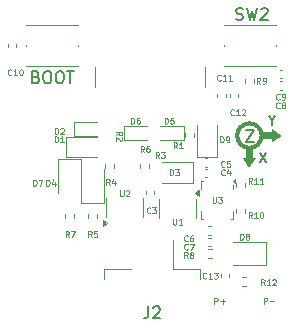
<source format=gbr>
%TF.GenerationSoftware,KiCad,Pcbnew,9.0.3*%
%TF.CreationDate,2025-11-03T00:46:14-05:00*%
%TF.ProjectId,JabChip,4a616243-6869-4702-9e6b-696361645f70,rev?*%
%TF.SameCoordinates,Original*%
%TF.FileFunction,Legend,Top*%
%TF.FilePolarity,Positive*%
%FSLAX46Y46*%
G04 Gerber Fmt 4.6, Leading zero omitted, Abs format (unit mm)*
G04 Created by KiCad (PCBNEW 9.0.3) date 2025-11-03 00:46:14*
%MOMM*%
%LPD*%
G01*
G04 APERTURE LIST*
%ADD10C,0.190500*%
%ADD11C,0.200000*%
%ADD12C,0.000000*%
%ADD13C,0.317499*%
%ADD14C,0.125000*%
%ADD15C,0.150000*%
%ADD16C,0.120000*%
G04 APERTURE END LIST*
D10*
X148737099Y-69434782D02*
X148737099Y-69797639D01*
X148483099Y-69035639D02*
X148737099Y-69434782D01*
X148737099Y-69434782D02*
X148991099Y-69035639D01*
X147757385Y-72236039D02*
X148265385Y-72998039D01*
X148265385Y-72236039D02*
X147757385Y-72998039D01*
D11*
X146527635Y-70256743D02*
X147194301Y-70256743D01*
X147194301Y-70256743D02*
X146527635Y-71256743D01*
X146527635Y-71256743D02*
X147194301Y-71256743D01*
D12*
G36*
X147099654Y-72644000D02*
G01*
X147399850Y-72644000D01*
X146827080Y-73467912D01*
X146254310Y-72644000D01*
X146554666Y-72644000D01*
X146554666Y-71763413D01*
X147099654Y-71763413D01*
X147099654Y-72644000D01*
G37*
G36*
X149559009Y-70735983D02*
G01*
X148735096Y-71308753D01*
X148735096Y-71008399D01*
X147854510Y-71008399D01*
X147854510Y-70463410D01*
X148735096Y-70463410D01*
X148735096Y-70163214D01*
X149559009Y-70735983D01*
G37*
D13*
X146879952Y-69709890D02*
X146932129Y-69713858D01*
X146983548Y-69720392D01*
X147034143Y-69729427D01*
X147083851Y-69740900D01*
X147132607Y-69754745D01*
X147180345Y-69770898D01*
X147227003Y-69789294D01*
X147272514Y-69809869D01*
X147316815Y-69832559D01*
X147359840Y-69857298D01*
X147401526Y-69884022D01*
X147441808Y-69912667D01*
X147480621Y-69943169D01*
X147517901Y-69975461D01*
X147553583Y-70009481D01*
X147587603Y-70045163D01*
X147619895Y-70082443D01*
X147650396Y-70121256D01*
X147679042Y-70161538D01*
X147705766Y-70203224D01*
X147730505Y-70246249D01*
X147753195Y-70290550D01*
X147773770Y-70336061D01*
X147792166Y-70382719D01*
X147808319Y-70430457D01*
X147822164Y-70479213D01*
X147833637Y-70528921D01*
X147842672Y-70579516D01*
X147849206Y-70630935D01*
X147853174Y-70683112D01*
X147854510Y-70735983D01*
X147853174Y-70788855D01*
X147849206Y-70841032D01*
X147842672Y-70892451D01*
X147833637Y-70943046D01*
X147822164Y-70992754D01*
X147808319Y-71041510D01*
X147792166Y-71089248D01*
X147773770Y-71135905D01*
X147753195Y-71181417D01*
X147730505Y-71225718D01*
X147705766Y-71268743D01*
X147679042Y-71310429D01*
X147650396Y-71350711D01*
X147619895Y-71389524D01*
X147587603Y-71426804D01*
X147553583Y-71462486D01*
X147517901Y-71496506D01*
X147480621Y-71528798D01*
X147441808Y-71559299D01*
X147401526Y-71587944D01*
X147359840Y-71614669D01*
X147316815Y-71639408D01*
X147272514Y-71662098D01*
X147227003Y-71682673D01*
X147180345Y-71701069D01*
X147132607Y-71717222D01*
X147083851Y-71731067D01*
X147034143Y-71742540D01*
X146983548Y-71751575D01*
X146932129Y-71758109D01*
X146879952Y-71762077D01*
X146827080Y-71763413D01*
X146774209Y-71762077D01*
X146722032Y-71758109D01*
X146670613Y-71751575D01*
X146620017Y-71742540D01*
X146570310Y-71731067D01*
X146521554Y-71717222D01*
X146473816Y-71701069D01*
X146427158Y-71682673D01*
X146381647Y-71662098D01*
X146337346Y-71639408D01*
X146294321Y-71614669D01*
X146252635Y-71587944D01*
X146212353Y-71559299D01*
X146173540Y-71528798D01*
X146136260Y-71496506D01*
X146100578Y-71462486D01*
X146066558Y-71426804D01*
X146034265Y-71389524D01*
X146003764Y-71350711D01*
X145975119Y-71310429D01*
X145948395Y-71268743D01*
X145923656Y-71225718D01*
X145900966Y-71181417D01*
X145880391Y-71135905D01*
X145861995Y-71089248D01*
X145845842Y-71041510D01*
X145831997Y-70992754D01*
X145820524Y-70943046D01*
X145811489Y-70892451D01*
X145804955Y-70841032D01*
X145800987Y-70788855D01*
X145799650Y-70735983D01*
X145800987Y-70683112D01*
X145804955Y-70630935D01*
X145811489Y-70579516D01*
X145820524Y-70528921D01*
X145831997Y-70479213D01*
X145845842Y-70430457D01*
X145861995Y-70382719D01*
X145880391Y-70336061D01*
X145900966Y-70290550D01*
X145923656Y-70246249D01*
X145948395Y-70203224D01*
X145975119Y-70161538D01*
X146003764Y-70121256D01*
X146034265Y-70082443D01*
X146066558Y-70045163D01*
X146100578Y-70009481D01*
X146136260Y-69975461D01*
X146173540Y-69943169D01*
X146212353Y-69912667D01*
X146252635Y-69884022D01*
X146294321Y-69857298D01*
X146337346Y-69832559D01*
X146381647Y-69809869D01*
X146427158Y-69789294D01*
X146473816Y-69770898D01*
X146521554Y-69754745D01*
X146570310Y-69740900D01*
X146620017Y-69729427D01*
X146670613Y-69720392D01*
X146722032Y-69713858D01*
X146774209Y-69709890D01*
X146827080Y-69708553D01*
X146879952Y-69709890D01*
D14*
X141609397Y-79640690D02*
X141585588Y-79664500D01*
X141585588Y-79664500D02*
X141514159Y-79688309D01*
X141514159Y-79688309D02*
X141466540Y-79688309D01*
X141466540Y-79688309D02*
X141395112Y-79664500D01*
X141395112Y-79664500D02*
X141347493Y-79616880D01*
X141347493Y-79616880D02*
X141323683Y-79569261D01*
X141323683Y-79569261D02*
X141299874Y-79474023D01*
X141299874Y-79474023D02*
X141299874Y-79402595D01*
X141299874Y-79402595D02*
X141323683Y-79307357D01*
X141323683Y-79307357D02*
X141347493Y-79259738D01*
X141347493Y-79259738D02*
X141395112Y-79212119D01*
X141395112Y-79212119D02*
X141466540Y-79188309D01*
X141466540Y-79188309D02*
X141514159Y-79188309D01*
X141514159Y-79188309D02*
X141585588Y-79212119D01*
X141585588Y-79212119D02*
X141609397Y-79235928D01*
X142037969Y-79188309D02*
X141942731Y-79188309D01*
X141942731Y-79188309D02*
X141895112Y-79212119D01*
X141895112Y-79212119D02*
X141871302Y-79235928D01*
X141871302Y-79235928D02*
X141823683Y-79307357D01*
X141823683Y-79307357D02*
X141799874Y-79402595D01*
X141799874Y-79402595D02*
X141799874Y-79593071D01*
X141799874Y-79593071D02*
X141823683Y-79640690D01*
X141823683Y-79640690D02*
X141847493Y-79664500D01*
X141847493Y-79664500D02*
X141895112Y-79688309D01*
X141895112Y-79688309D02*
X141990350Y-79688309D01*
X141990350Y-79688309D02*
X142037969Y-79664500D01*
X142037969Y-79664500D02*
X142061778Y-79640690D01*
X142061778Y-79640690D02*
X142085588Y-79593071D01*
X142085588Y-79593071D02*
X142085588Y-79474023D01*
X142085588Y-79474023D02*
X142061778Y-79426404D01*
X142061778Y-79426404D02*
X142037969Y-79402595D01*
X142037969Y-79402595D02*
X141990350Y-79378785D01*
X141990350Y-79378785D02*
X141895112Y-79378785D01*
X141895112Y-79378785D02*
X141847493Y-79402595D01*
X141847493Y-79402595D02*
X141823683Y-79426404D01*
X141823683Y-79426404D02*
X141799874Y-79474023D01*
X149381797Y-67651890D02*
X149357988Y-67675700D01*
X149357988Y-67675700D02*
X149286559Y-67699509D01*
X149286559Y-67699509D02*
X149238940Y-67699509D01*
X149238940Y-67699509D02*
X149167512Y-67675700D01*
X149167512Y-67675700D02*
X149119893Y-67628080D01*
X149119893Y-67628080D02*
X149096083Y-67580461D01*
X149096083Y-67580461D02*
X149072274Y-67485223D01*
X149072274Y-67485223D02*
X149072274Y-67413795D01*
X149072274Y-67413795D02*
X149096083Y-67318557D01*
X149096083Y-67318557D02*
X149119893Y-67270938D01*
X149119893Y-67270938D02*
X149167512Y-67223319D01*
X149167512Y-67223319D02*
X149238940Y-67199509D01*
X149238940Y-67199509D02*
X149286559Y-67199509D01*
X149286559Y-67199509D02*
X149357988Y-67223319D01*
X149357988Y-67223319D02*
X149381797Y-67247128D01*
X149619893Y-67699509D02*
X149715131Y-67699509D01*
X149715131Y-67699509D02*
X149762750Y-67675700D01*
X149762750Y-67675700D02*
X149786559Y-67651890D01*
X149786559Y-67651890D02*
X149834178Y-67580461D01*
X149834178Y-67580461D02*
X149857988Y-67485223D01*
X149857988Y-67485223D02*
X149857988Y-67294747D01*
X149857988Y-67294747D02*
X149834178Y-67247128D01*
X149834178Y-67247128D02*
X149810369Y-67223319D01*
X149810369Y-67223319D02*
X149762750Y-67199509D01*
X149762750Y-67199509D02*
X149667512Y-67199509D01*
X149667512Y-67199509D02*
X149619893Y-67223319D01*
X149619893Y-67223319D02*
X149596083Y-67247128D01*
X149596083Y-67247128D02*
X149572274Y-67294747D01*
X149572274Y-67294747D02*
X149572274Y-67413795D01*
X149572274Y-67413795D02*
X149596083Y-67461414D01*
X149596083Y-67461414D02*
X149619893Y-67485223D01*
X149619893Y-67485223D02*
X149667512Y-67509033D01*
X149667512Y-67509033D02*
X149762750Y-67509033D01*
X149762750Y-67509033D02*
X149810369Y-67485223D01*
X149810369Y-67485223D02*
X149834178Y-67461414D01*
X149834178Y-67461414D02*
X149857988Y-67413795D01*
X147044997Y-77707109D02*
X146878331Y-77469014D01*
X146759283Y-77707109D02*
X146759283Y-77207109D01*
X146759283Y-77207109D02*
X146949759Y-77207109D01*
X146949759Y-77207109D02*
X146997378Y-77230919D01*
X146997378Y-77230919D02*
X147021188Y-77254728D01*
X147021188Y-77254728D02*
X147044997Y-77302347D01*
X147044997Y-77302347D02*
X147044997Y-77373776D01*
X147044997Y-77373776D02*
X147021188Y-77421395D01*
X147021188Y-77421395D02*
X146997378Y-77445204D01*
X146997378Y-77445204D02*
X146949759Y-77469014D01*
X146949759Y-77469014D02*
X146759283Y-77469014D01*
X147521188Y-77707109D02*
X147235474Y-77707109D01*
X147378331Y-77707109D02*
X147378331Y-77207109D01*
X147378331Y-77207109D02*
X147330712Y-77278538D01*
X147330712Y-77278538D02*
X147283093Y-77326157D01*
X147283093Y-77326157D02*
X147235474Y-77349966D01*
X147830711Y-77207109D02*
X147878330Y-77207109D01*
X147878330Y-77207109D02*
X147925949Y-77230919D01*
X147925949Y-77230919D02*
X147949759Y-77254728D01*
X147949759Y-77254728D02*
X147973568Y-77302347D01*
X147973568Y-77302347D02*
X147997378Y-77397585D01*
X147997378Y-77397585D02*
X147997378Y-77516633D01*
X147997378Y-77516633D02*
X147973568Y-77611871D01*
X147973568Y-77611871D02*
X147949759Y-77659490D01*
X147949759Y-77659490D02*
X147925949Y-77683300D01*
X147925949Y-77683300D02*
X147878330Y-77707109D01*
X147878330Y-77707109D02*
X147830711Y-77707109D01*
X147830711Y-77707109D02*
X147783092Y-77683300D01*
X147783092Y-77683300D02*
X147759283Y-77659490D01*
X147759283Y-77659490D02*
X147735473Y-77611871D01*
X147735473Y-77611871D02*
X147711664Y-77516633D01*
X147711664Y-77516633D02*
X147711664Y-77397585D01*
X147711664Y-77397585D02*
X147735473Y-77302347D01*
X147735473Y-77302347D02*
X147759283Y-77254728D01*
X147759283Y-77254728D02*
X147783092Y-77230919D01*
X147783092Y-77230919D02*
X147830711Y-77207109D01*
X144731397Y-73338690D02*
X144707588Y-73362500D01*
X144707588Y-73362500D02*
X144636159Y-73386309D01*
X144636159Y-73386309D02*
X144588540Y-73386309D01*
X144588540Y-73386309D02*
X144517112Y-73362500D01*
X144517112Y-73362500D02*
X144469493Y-73314880D01*
X144469493Y-73314880D02*
X144445683Y-73267261D01*
X144445683Y-73267261D02*
X144421874Y-73172023D01*
X144421874Y-73172023D02*
X144421874Y-73100595D01*
X144421874Y-73100595D02*
X144445683Y-73005357D01*
X144445683Y-73005357D02*
X144469493Y-72957738D01*
X144469493Y-72957738D02*
X144517112Y-72910119D01*
X144517112Y-72910119D02*
X144588540Y-72886309D01*
X144588540Y-72886309D02*
X144636159Y-72886309D01*
X144636159Y-72886309D02*
X144707588Y-72910119D01*
X144707588Y-72910119D02*
X144731397Y-72933928D01*
X145183778Y-72886309D02*
X144945683Y-72886309D01*
X144945683Y-72886309D02*
X144921874Y-73124404D01*
X144921874Y-73124404D02*
X144945683Y-73100595D01*
X144945683Y-73100595D02*
X144993302Y-73076785D01*
X144993302Y-73076785D02*
X145112350Y-73076785D01*
X145112350Y-73076785D02*
X145159969Y-73100595D01*
X145159969Y-73100595D02*
X145183778Y-73124404D01*
X145183778Y-73124404D02*
X145207588Y-73172023D01*
X145207588Y-73172023D02*
X145207588Y-73291071D01*
X145207588Y-73291071D02*
X145183778Y-73338690D01*
X145183778Y-73338690D02*
X145159969Y-73362500D01*
X145159969Y-73362500D02*
X145112350Y-73386309D01*
X145112350Y-73386309D02*
X144993302Y-73386309D01*
X144993302Y-73386309D02*
X144945683Y-73362500D01*
X144945683Y-73362500D02*
X144921874Y-73338690D01*
X138432597Y-77253090D02*
X138408788Y-77276900D01*
X138408788Y-77276900D02*
X138337359Y-77300709D01*
X138337359Y-77300709D02*
X138289740Y-77300709D01*
X138289740Y-77300709D02*
X138218312Y-77276900D01*
X138218312Y-77276900D02*
X138170693Y-77229280D01*
X138170693Y-77229280D02*
X138146883Y-77181661D01*
X138146883Y-77181661D02*
X138123074Y-77086423D01*
X138123074Y-77086423D02*
X138123074Y-77014995D01*
X138123074Y-77014995D02*
X138146883Y-76919757D01*
X138146883Y-76919757D02*
X138170693Y-76872138D01*
X138170693Y-76872138D02*
X138218312Y-76824519D01*
X138218312Y-76824519D02*
X138289740Y-76800709D01*
X138289740Y-76800709D02*
X138337359Y-76800709D01*
X138337359Y-76800709D02*
X138408788Y-76824519D01*
X138408788Y-76824519D02*
X138432597Y-76848328D01*
X138599264Y-76800709D02*
X138908788Y-76800709D01*
X138908788Y-76800709D02*
X138742121Y-76991185D01*
X138742121Y-76991185D02*
X138813550Y-76991185D01*
X138813550Y-76991185D02*
X138861169Y-77014995D01*
X138861169Y-77014995D02*
X138884978Y-77038804D01*
X138884978Y-77038804D02*
X138908788Y-77086423D01*
X138908788Y-77086423D02*
X138908788Y-77205471D01*
X138908788Y-77205471D02*
X138884978Y-77253090D01*
X138884978Y-77253090D02*
X138861169Y-77276900D01*
X138861169Y-77276900D02*
X138813550Y-77300709D01*
X138813550Y-77300709D02*
X138670693Y-77300709D01*
X138670693Y-77300709D02*
X138623074Y-77276900D01*
X138623074Y-77276900D02*
X138599264Y-77253090D01*
X144731397Y-74049890D02*
X144707588Y-74073700D01*
X144707588Y-74073700D02*
X144636159Y-74097509D01*
X144636159Y-74097509D02*
X144588540Y-74097509D01*
X144588540Y-74097509D02*
X144517112Y-74073700D01*
X144517112Y-74073700D02*
X144469493Y-74026080D01*
X144469493Y-74026080D02*
X144445683Y-73978461D01*
X144445683Y-73978461D02*
X144421874Y-73883223D01*
X144421874Y-73883223D02*
X144421874Y-73811795D01*
X144421874Y-73811795D02*
X144445683Y-73716557D01*
X144445683Y-73716557D02*
X144469493Y-73668938D01*
X144469493Y-73668938D02*
X144517112Y-73621319D01*
X144517112Y-73621319D02*
X144588540Y-73597509D01*
X144588540Y-73597509D02*
X144636159Y-73597509D01*
X144636159Y-73597509D02*
X144707588Y-73621319D01*
X144707588Y-73621319D02*
X144731397Y-73645128D01*
X145159969Y-73764176D02*
X145159969Y-74097509D01*
X145040921Y-73573700D02*
X144921874Y-73930842D01*
X144921874Y-73930842D02*
X145231397Y-73930842D01*
X135551290Y-70692597D02*
X135789385Y-70525931D01*
X135551290Y-70406883D02*
X136051290Y-70406883D01*
X136051290Y-70406883D02*
X136051290Y-70597359D01*
X136051290Y-70597359D02*
X136027480Y-70644978D01*
X136027480Y-70644978D02*
X136003671Y-70668788D01*
X136003671Y-70668788D02*
X135956052Y-70692597D01*
X135956052Y-70692597D02*
X135884623Y-70692597D01*
X135884623Y-70692597D02*
X135837004Y-70668788D01*
X135837004Y-70668788D02*
X135813195Y-70644978D01*
X135813195Y-70644978D02*
X135789385Y-70597359D01*
X135789385Y-70597359D02*
X135789385Y-70406883D01*
X136003671Y-70883074D02*
X136027480Y-70906883D01*
X136027480Y-70906883D02*
X136051290Y-70954502D01*
X136051290Y-70954502D02*
X136051290Y-71073550D01*
X136051290Y-71073550D02*
X136027480Y-71121169D01*
X136027480Y-71121169D02*
X136003671Y-71144978D01*
X136003671Y-71144978D02*
X135956052Y-71168788D01*
X135956052Y-71168788D02*
X135908433Y-71168788D01*
X135908433Y-71168788D02*
X135837004Y-71144978D01*
X135837004Y-71144978D02*
X135551290Y-70859264D01*
X135551290Y-70859264D02*
X135551290Y-71168788D01*
X139647283Y-69731509D02*
X139647283Y-69231509D01*
X139647283Y-69231509D02*
X139766331Y-69231509D01*
X139766331Y-69231509D02*
X139837759Y-69255319D01*
X139837759Y-69255319D02*
X139885378Y-69302938D01*
X139885378Y-69302938D02*
X139909188Y-69350557D01*
X139909188Y-69350557D02*
X139932997Y-69445795D01*
X139932997Y-69445795D02*
X139932997Y-69517223D01*
X139932997Y-69517223D02*
X139909188Y-69612461D01*
X139909188Y-69612461D02*
X139885378Y-69660080D01*
X139885378Y-69660080D02*
X139837759Y-69707700D01*
X139837759Y-69707700D02*
X139766331Y-69731509D01*
X139766331Y-69731509D02*
X139647283Y-69731509D01*
X140385378Y-69231509D02*
X140147283Y-69231509D01*
X140147283Y-69231509D02*
X140123474Y-69469604D01*
X140123474Y-69469604D02*
X140147283Y-69445795D01*
X140147283Y-69445795D02*
X140194902Y-69421985D01*
X140194902Y-69421985D02*
X140313950Y-69421985D01*
X140313950Y-69421985D02*
X140361569Y-69445795D01*
X140361569Y-69445795D02*
X140385378Y-69469604D01*
X140385378Y-69469604D02*
X140409188Y-69517223D01*
X140409188Y-69517223D02*
X140409188Y-69636271D01*
X140409188Y-69636271D02*
X140385378Y-69683890D01*
X140385378Y-69683890D02*
X140361569Y-69707700D01*
X140361569Y-69707700D02*
X140313950Y-69731509D01*
X140313950Y-69731509D02*
X140194902Y-69731509D01*
X140194902Y-69731509D02*
X140147283Y-69707700D01*
X140147283Y-69707700D02*
X140123474Y-69683890D01*
X147044997Y-74811509D02*
X146878331Y-74573414D01*
X146759283Y-74811509D02*
X146759283Y-74311509D01*
X146759283Y-74311509D02*
X146949759Y-74311509D01*
X146949759Y-74311509D02*
X146997378Y-74335319D01*
X146997378Y-74335319D02*
X147021188Y-74359128D01*
X147021188Y-74359128D02*
X147044997Y-74406747D01*
X147044997Y-74406747D02*
X147044997Y-74478176D01*
X147044997Y-74478176D02*
X147021188Y-74525795D01*
X147021188Y-74525795D02*
X146997378Y-74549604D01*
X146997378Y-74549604D02*
X146949759Y-74573414D01*
X146949759Y-74573414D02*
X146759283Y-74573414D01*
X147521188Y-74811509D02*
X147235474Y-74811509D01*
X147378331Y-74811509D02*
X147378331Y-74311509D01*
X147378331Y-74311509D02*
X147330712Y-74382938D01*
X147330712Y-74382938D02*
X147283093Y-74430557D01*
X147283093Y-74430557D02*
X147235474Y-74454366D01*
X147997378Y-74811509D02*
X147711664Y-74811509D01*
X147854521Y-74811509D02*
X147854521Y-74311509D01*
X147854521Y-74311509D02*
X147806902Y-74382938D01*
X147806902Y-74382938D02*
X147759283Y-74430557D01*
X147759283Y-74430557D02*
X147711664Y-74454366D01*
X136802483Y-69731509D02*
X136802483Y-69231509D01*
X136802483Y-69231509D02*
X136921531Y-69231509D01*
X136921531Y-69231509D02*
X136992959Y-69255319D01*
X136992959Y-69255319D02*
X137040578Y-69302938D01*
X137040578Y-69302938D02*
X137064388Y-69350557D01*
X137064388Y-69350557D02*
X137088197Y-69445795D01*
X137088197Y-69445795D02*
X137088197Y-69517223D01*
X137088197Y-69517223D02*
X137064388Y-69612461D01*
X137064388Y-69612461D02*
X137040578Y-69660080D01*
X137040578Y-69660080D02*
X136992959Y-69707700D01*
X136992959Y-69707700D02*
X136921531Y-69731509D01*
X136921531Y-69731509D02*
X136802483Y-69731509D01*
X137516769Y-69231509D02*
X137421531Y-69231509D01*
X137421531Y-69231509D02*
X137373912Y-69255319D01*
X137373912Y-69255319D02*
X137350102Y-69279128D01*
X137350102Y-69279128D02*
X137302483Y-69350557D01*
X137302483Y-69350557D02*
X137278674Y-69445795D01*
X137278674Y-69445795D02*
X137278674Y-69636271D01*
X137278674Y-69636271D02*
X137302483Y-69683890D01*
X137302483Y-69683890D02*
X137326293Y-69707700D01*
X137326293Y-69707700D02*
X137373912Y-69731509D01*
X137373912Y-69731509D02*
X137469150Y-69731509D01*
X137469150Y-69731509D02*
X137516769Y-69707700D01*
X137516769Y-69707700D02*
X137540578Y-69683890D01*
X137540578Y-69683890D02*
X137564388Y-69636271D01*
X137564388Y-69636271D02*
X137564388Y-69517223D01*
X137564388Y-69517223D02*
X137540578Y-69469604D01*
X137540578Y-69469604D02*
X137516769Y-69445795D01*
X137516769Y-69445795D02*
X137469150Y-69421985D01*
X137469150Y-69421985D02*
X137373912Y-69421985D01*
X137373912Y-69421985D02*
X137326293Y-69445795D01*
X137326293Y-69445795D02*
X137302483Y-69469604D01*
X137302483Y-69469604D02*
X137278674Y-69517223D01*
X135000197Y-74936709D02*
X134833531Y-74698614D01*
X134714483Y-74936709D02*
X134714483Y-74436709D01*
X134714483Y-74436709D02*
X134904959Y-74436709D01*
X134904959Y-74436709D02*
X134952578Y-74460519D01*
X134952578Y-74460519D02*
X134976388Y-74484328D01*
X134976388Y-74484328D02*
X135000197Y-74531947D01*
X135000197Y-74531947D02*
X135000197Y-74603376D01*
X135000197Y-74603376D02*
X134976388Y-74650995D01*
X134976388Y-74650995D02*
X134952578Y-74674804D01*
X134952578Y-74674804D02*
X134904959Y-74698614D01*
X134904959Y-74698614D02*
X134714483Y-74698614D01*
X135428769Y-74603376D02*
X135428769Y-74936709D01*
X135309721Y-74412900D02*
X135190674Y-74770042D01*
X135190674Y-74770042D02*
X135500197Y-74770042D01*
X130350883Y-71306309D02*
X130350883Y-70806309D01*
X130350883Y-70806309D02*
X130469931Y-70806309D01*
X130469931Y-70806309D02*
X130541359Y-70830119D01*
X130541359Y-70830119D02*
X130588978Y-70877738D01*
X130588978Y-70877738D02*
X130612788Y-70925357D01*
X130612788Y-70925357D02*
X130636597Y-71020595D01*
X130636597Y-71020595D02*
X130636597Y-71092023D01*
X130636597Y-71092023D02*
X130612788Y-71187261D01*
X130612788Y-71187261D02*
X130588978Y-71234880D01*
X130588978Y-71234880D02*
X130541359Y-71282500D01*
X130541359Y-71282500D02*
X130469931Y-71306309D01*
X130469931Y-71306309D02*
X130350883Y-71306309D01*
X131112788Y-71306309D02*
X130827074Y-71306309D01*
X130969931Y-71306309D02*
X130969931Y-70806309D01*
X130969931Y-70806309D02*
X130922312Y-70877738D01*
X130922312Y-70877738D02*
X130874693Y-70925357D01*
X130874693Y-70925357D02*
X130827074Y-70949166D01*
X148029283Y-84971509D02*
X148029283Y-84471509D01*
X148029283Y-84471509D02*
X148219759Y-84471509D01*
X148219759Y-84471509D02*
X148267378Y-84495319D01*
X148267378Y-84495319D02*
X148291188Y-84519128D01*
X148291188Y-84519128D02*
X148314997Y-84566747D01*
X148314997Y-84566747D02*
X148314997Y-84638176D01*
X148314997Y-84638176D02*
X148291188Y-84685795D01*
X148291188Y-84685795D02*
X148267378Y-84709604D01*
X148267378Y-84709604D02*
X148219759Y-84733414D01*
X148219759Y-84733414D02*
X148029283Y-84733414D01*
X148529283Y-84781033D02*
X148910236Y-84781033D01*
X129639683Y-74963909D02*
X129639683Y-74463909D01*
X129639683Y-74463909D02*
X129758731Y-74463909D01*
X129758731Y-74463909D02*
X129830159Y-74487719D01*
X129830159Y-74487719D02*
X129877778Y-74535338D01*
X129877778Y-74535338D02*
X129901588Y-74582957D01*
X129901588Y-74582957D02*
X129925397Y-74678195D01*
X129925397Y-74678195D02*
X129925397Y-74749623D01*
X129925397Y-74749623D02*
X129901588Y-74844861D01*
X129901588Y-74844861D02*
X129877778Y-74892480D01*
X129877778Y-74892480D02*
X129830159Y-74940100D01*
X129830159Y-74940100D02*
X129758731Y-74963909D01*
X129758731Y-74963909D02*
X129639683Y-74963909D01*
X130353969Y-74630576D02*
X130353969Y-74963909D01*
X130234921Y-74440100D02*
X130115874Y-74797242D01*
X130115874Y-74797242D02*
X130425397Y-74797242D01*
X140104483Y-74100309D02*
X140104483Y-73600309D01*
X140104483Y-73600309D02*
X140223531Y-73600309D01*
X140223531Y-73600309D02*
X140294959Y-73624119D01*
X140294959Y-73624119D02*
X140342578Y-73671738D01*
X140342578Y-73671738D02*
X140366388Y-73719357D01*
X140366388Y-73719357D02*
X140390197Y-73814595D01*
X140390197Y-73814595D02*
X140390197Y-73886023D01*
X140390197Y-73886023D02*
X140366388Y-73981261D01*
X140366388Y-73981261D02*
X140342578Y-74028880D01*
X140342578Y-74028880D02*
X140294959Y-74076500D01*
X140294959Y-74076500D02*
X140223531Y-74100309D01*
X140223531Y-74100309D02*
X140104483Y-74100309D01*
X140556864Y-73600309D02*
X140866388Y-73600309D01*
X140866388Y-73600309D02*
X140699721Y-73790785D01*
X140699721Y-73790785D02*
X140771150Y-73790785D01*
X140771150Y-73790785D02*
X140818769Y-73814595D01*
X140818769Y-73814595D02*
X140842578Y-73838404D01*
X140842578Y-73838404D02*
X140866388Y-73886023D01*
X140866388Y-73886023D02*
X140866388Y-74005071D01*
X140866388Y-74005071D02*
X140842578Y-74052690D01*
X140842578Y-74052690D02*
X140818769Y-74076500D01*
X140818769Y-74076500D02*
X140771150Y-74100309D01*
X140771150Y-74100309D02*
X140628293Y-74100309D01*
X140628293Y-74100309D02*
X140580674Y-74076500D01*
X140580674Y-74076500D02*
X140556864Y-74052690D01*
X128522083Y-74963909D02*
X128522083Y-74463909D01*
X128522083Y-74463909D02*
X128641131Y-74463909D01*
X128641131Y-74463909D02*
X128712559Y-74487719D01*
X128712559Y-74487719D02*
X128760178Y-74535338D01*
X128760178Y-74535338D02*
X128783988Y-74582957D01*
X128783988Y-74582957D02*
X128807797Y-74678195D01*
X128807797Y-74678195D02*
X128807797Y-74749623D01*
X128807797Y-74749623D02*
X128783988Y-74844861D01*
X128783988Y-74844861D02*
X128760178Y-74892480D01*
X128760178Y-74892480D02*
X128712559Y-74940100D01*
X128712559Y-74940100D02*
X128641131Y-74963909D01*
X128641131Y-74963909D02*
X128522083Y-74963909D01*
X128974464Y-74463909D02*
X129307797Y-74463909D01*
X129307797Y-74463909D02*
X129093512Y-74963909D01*
X146048083Y-79535909D02*
X146048083Y-79035909D01*
X146048083Y-79035909D02*
X146167131Y-79035909D01*
X146167131Y-79035909D02*
X146238559Y-79059719D01*
X146238559Y-79059719D02*
X146286178Y-79107338D01*
X146286178Y-79107338D02*
X146309988Y-79154957D01*
X146309988Y-79154957D02*
X146333797Y-79250195D01*
X146333797Y-79250195D02*
X146333797Y-79321623D01*
X146333797Y-79321623D02*
X146309988Y-79416861D01*
X146309988Y-79416861D02*
X146286178Y-79464480D01*
X146286178Y-79464480D02*
X146238559Y-79512100D01*
X146238559Y-79512100D02*
X146167131Y-79535909D01*
X146167131Y-79535909D02*
X146048083Y-79535909D01*
X146619512Y-79250195D02*
X146571893Y-79226385D01*
X146571893Y-79226385D02*
X146548083Y-79202576D01*
X146548083Y-79202576D02*
X146524274Y-79154957D01*
X146524274Y-79154957D02*
X146524274Y-79131147D01*
X146524274Y-79131147D02*
X146548083Y-79083528D01*
X146548083Y-79083528D02*
X146571893Y-79059719D01*
X146571893Y-79059719D02*
X146619512Y-79035909D01*
X146619512Y-79035909D02*
X146714750Y-79035909D01*
X146714750Y-79035909D02*
X146762369Y-79059719D01*
X146762369Y-79059719D02*
X146786178Y-79083528D01*
X146786178Y-79083528D02*
X146809988Y-79131147D01*
X146809988Y-79131147D02*
X146809988Y-79154957D01*
X146809988Y-79154957D02*
X146786178Y-79202576D01*
X146786178Y-79202576D02*
X146762369Y-79226385D01*
X146762369Y-79226385D02*
X146714750Y-79250195D01*
X146714750Y-79250195D02*
X146619512Y-79250195D01*
X146619512Y-79250195D02*
X146571893Y-79274004D01*
X146571893Y-79274004D02*
X146548083Y-79297814D01*
X146548083Y-79297814D02*
X146524274Y-79345433D01*
X146524274Y-79345433D02*
X146524274Y-79440671D01*
X146524274Y-79440671D02*
X146548083Y-79488290D01*
X146548083Y-79488290D02*
X146571893Y-79512100D01*
X146571893Y-79512100D02*
X146619512Y-79535909D01*
X146619512Y-79535909D02*
X146714750Y-79535909D01*
X146714750Y-79535909D02*
X146762369Y-79512100D01*
X146762369Y-79512100D02*
X146786178Y-79488290D01*
X146786178Y-79488290D02*
X146809988Y-79440671D01*
X146809988Y-79440671D02*
X146809988Y-79345433D01*
X146809988Y-79345433D02*
X146786178Y-79297814D01*
X146786178Y-79297814D02*
X146762369Y-79274004D01*
X146762369Y-79274004D02*
X146714750Y-79250195D01*
X144403397Y-66026290D02*
X144379588Y-66050100D01*
X144379588Y-66050100D02*
X144308159Y-66073909D01*
X144308159Y-66073909D02*
X144260540Y-66073909D01*
X144260540Y-66073909D02*
X144189112Y-66050100D01*
X144189112Y-66050100D02*
X144141493Y-66002480D01*
X144141493Y-66002480D02*
X144117683Y-65954861D01*
X144117683Y-65954861D02*
X144093874Y-65859623D01*
X144093874Y-65859623D02*
X144093874Y-65788195D01*
X144093874Y-65788195D02*
X144117683Y-65692957D01*
X144117683Y-65692957D02*
X144141493Y-65645338D01*
X144141493Y-65645338D02*
X144189112Y-65597719D01*
X144189112Y-65597719D02*
X144260540Y-65573909D01*
X144260540Y-65573909D02*
X144308159Y-65573909D01*
X144308159Y-65573909D02*
X144379588Y-65597719D01*
X144379588Y-65597719D02*
X144403397Y-65621528D01*
X144879588Y-66073909D02*
X144593874Y-66073909D01*
X144736731Y-66073909D02*
X144736731Y-65573909D01*
X144736731Y-65573909D02*
X144689112Y-65645338D01*
X144689112Y-65645338D02*
X144641493Y-65692957D01*
X144641493Y-65692957D02*
X144593874Y-65716766D01*
X145355778Y-66073909D02*
X145070064Y-66073909D01*
X145212921Y-66073909D02*
X145212921Y-65573909D01*
X145212921Y-65573909D02*
X145165302Y-65645338D01*
X145165302Y-65645338D02*
X145117683Y-65692957D01*
X145117683Y-65692957D02*
X145070064Y-65716766D01*
X130350883Y-70595109D02*
X130350883Y-70095109D01*
X130350883Y-70095109D02*
X130469931Y-70095109D01*
X130469931Y-70095109D02*
X130541359Y-70118919D01*
X130541359Y-70118919D02*
X130588978Y-70166538D01*
X130588978Y-70166538D02*
X130612788Y-70214157D01*
X130612788Y-70214157D02*
X130636597Y-70309395D01*
X130636597Y-70309395D02*
X130636597Y-70380823D01*
X130636597Y-70380823D02*
X130612788Y-70476061D01*
X130612788Y-70476061D02*
X130588978Y-70523680D01*
X130588978Y-70523680D02*
X130541359Y-70571300D01*
X130541359Y-70571300D02*
X130469931Y-70595109D01*
X130469931Y-70595109D02*
X130350883Y-70595109D01*
X130827074Y-70142728D02*
X130850883Y-70118919D01*
X130850883Y-70118919D02*
X130898502Y-70095109D01*
X130898502Y-70095109D02*
X131017550Y-70095109D01*
X131017550Y-70095109D02*
X131065169Y-70118919D01*
X131065169Y-70118919D02*
X131088978Y-70142728D01*
X131088978Y-70142728D02*
X131112788Y-70190347D01*
X131112788Y-70190347D02*
X131112788Y-70237966D01*
X131112788Y-70237966D02*
X131088978Y-70309395D01*
X131088978Y-70309395D02*
X130803264Y-70595109D01*
X130803264Y-70595109D02*
X131112788Y-70595109D01*
X147756197Y-66327909D02*
X147589531Y-66089814D01*
X147470483Y-66327909D02*
X147470483Y-65827909D01*
X147470483Y-65827909D02*
X147660959Y-65827909D01*
X147660959Y-65827909D02*
X147708578Y-65851719D01*
X147708578Y-65851719D02*
X147732388Y-65875528D01*
X147732388Y-65875528D02*
X147756197Y-65923147D01*
X147756197Y-65923147D02*
X147756197Y-65994576D01*
X147756197Y-65994576D02*
X147732388Y-66042195D01*
X147732388Y-66042195D02*
X147708578Y-66066004D01*
X147708578Y-66066004D02*
X147660959Y-66089814D01*
X147660959Y-66089814D02*
X147470483Y-66089814D01*
X147994293Y-66327909D02*
X148089531Y-66327909D01*
X148089531Y-66327909D02*
X148137150Y-66304100D01*
X148137150Y-66304100D02*
X148160959Y-66280290D01*
X148160959Y-66280290D02*
X148208578Y-66208861D01*
X148208578Y-66208861D02*
X148232388Y-66113623D01*
X148232388Y-66113623D02*
X148232388Y-65923147D01*
X148232388Y-65923147D02*
X148208578Y-65875528D01*
X148208578Y-65875528D02*
X148184769Y-65851719D01*
X148184769Y-65851719D02*
X148137150Y-65827909D01*
X148137150Y-65827909D02*
X148041912Y-65827909D01*
X148041912Y-65827909D02*
X147994293Y-65851719D01*
X147994293Y-65851719D02*
X147970483Y-65875528D01*
X147970483Y-65875528D02*
X147946674Y-65923147D01*
X147946674Y-65923147D02*
X147946674Y-66042195D01*
X147946674Y-66042195D02*
X147970483Y-66089814D01*
X147970483Y-66089814D02*
X147994293Y-66113623D01*
X147994293Y-66113623D02*
X148041912Y-66137433D01*
X148041912Y-66137433D02*
X148137150Y-66137433D01*
X148137150Y-66137433D02*
X148184769Y-66113623D01*
X148184769Y-66113623D02*
X148208578Y-66089814D01*
X148208578Y-66089814D02*
X148232388Y-66042195D01*
X133481397Y-79332709D02*
X133314731Y-79094614D01*
X133195683Y-79332709D02*
X133195683Y-78832709D01*
X133195683Y-78832709D02*
X133386159Y-78832709D01*
X133386159Y-78832709D02*
X133433778Y-78856519D01*
X133433778Y-78856519D02*
X133457588Y-78880328D01*
X133457588Y-78880328D02*
X133481397Y-78927947D01*
X133481397Y-78927947D02*
X133481397Y-78999376D01*
X133481397Y-78999376D02*
X133457588Y-79046995D01*
X133457588Y-79046995D02*
X133433778Y-79070804D01*
X133433778Y-79070804D02*
X133386159Y-79094614D01*
X133386159Y-79094614D02*
X133195683Y-79094614D01*
X133933778Y-78832709D02*
X133695683Y-78832709D01*
X133695683Y-78832709D02*
X133671874Y-79070804D01*
X133671874Y-79070804D02*
X133695683Y-79046995D01*
X133695683Y-79046995D02*
X133743302Y-79023185D01*
X133743302Y-79023185D02*
X133862350Y-79023185D01*
X133862350Y-79023185D02*
X133909969Y-79046995D01*
X133909969Y-79046995D02*
X133933778Y-79070804D01*
X133933778Y-79070804D02*
X133957588Y-79118423D01*
X133957588Y-79118423D02*
X133957588Y-79237471D01*
X133957588Y-79237471D02*
X133933778Y-79285090D01*
X133933778Y-79285090D02*
X133909969Y-79308900D01*
X133909969Y-79308900D02*
X133862350Y-79332709D01*
X133862350Y-79332709D02*
X133743302Y-79332709D01*
X133743302Y-79332709D02*
X133695683Y-79308900D01*
X133695683Y-79308900D02*
X133671874Y-79285090D01*
X144371683Y-71306309D02*
X144371683Y-70806309D01*
X144371683Y-70806309D02*
X144490731Y-70806309D01*
X144490731Y-70806309D02*
X144562159Y-70830119D01*
X144562159Y-70830119D02*
X144609778Y-70877738D01*
X144609778Y-70877738D02*
X144633588Y-70925357D01*
X144633588Y-70925357D02*
X144657397Y-71020595D01*
X144657397Y-71020595D02*
X144657397Y-71092023D01*
X144657397Y-71092023D02*
X144633588Y-71187261D01*
X144633588Y-71187261D02*
X144609778Y-71234880D01*
X144609778Y-71234880D02*
X144562159Y-71282500D01*
X144562159Y-71282500D02*
X144490731Y-71306309D01*
X144490731Y-71306309D02*
X144371683Y-71306309D01*
X144895493Y-71306309D02*
X144990731Y-71306309D01*
X144990731Y-71306309D02*
X145038350Y-71282500D01*
X145038350Y-71282500D02*
X145062159Y-71258690D01*
X145062159Y-71258690D02*
X145109778Y-71187261D01*
X145109778Y-71187261D02*
X145133588Y-71092023D01*
X145133588Y-71092023D02*
X145133588Y-70901547D01*
X145133588Y-70901547D02*
X145109778Y-70853928D01*
X145109778Y-70853928D02*
X145085969Y-70830119D01*
X145085969Y-70830119D02*
X145038350Y-70806309D01*
X145038350Y-70806309D02*
X144943112Y-70806309D01*
X144943112Y-70806309D02*
X144895493Y-70830119D01*
X144895493Y-70830119D02*
X144871683Y-70853928D01*
X144871683Y-70853928D02*
X144847874Y-70901547D01*
X144847874Y-70901547D02*
X144847874Y-71020595D01*
X144847874Y-71020595D02*
X144871683Y-71068214D01*
X144871683Y-71068214D02*
X144895493Y-71092023D01*
X144895493Y-71092023D02*
X144943112Y-71115833D01*
X144943112Y-71115833D02*
X145038350Y-71115833D01*
X145038350Y-71115833D02*
X145085969Y-71092023D01*
X145085969Y-71092023D02*
X145109778Y-71068214D01*
X145109778Y-71068214D02*
X145133588Y-71020595D01*
X131550997Y-79332709D02*
X131384331Y-79094614D01*
X131265283Y-79332709D02*
X131265283Y-78832709D01*
X131265283Y-78832709D02*
X131455759Y-78832709D01*
X131455759Y-78832709D02*
X131503378Y-78856519D01*
X131503378Y-78856519D02*
X131527188Y-78880328D01*
X131527188Y-78880328D02*
X131550997Y-78927947D01*
X131550997Y-78927947D02*
X131550997Y-78999376D01*
X131550997Y-78999376D02*
X131527188Y-79046995D01*
X131527188Y-79046995D02*
X131503378Y-79070804D01*
X131503378Y-79070804D02*
X131455759Y-79094614D01*
X131455759Y-79094614D02*
X131265283Y-79094614D01*
X131717664Y-78832709D02*
X132050997Y-78832709D01*
X132050997Y-78832709D02*
X131836712Y-79332709D01*
X148111797Y-83396709D02*
X147945131Y-83158614D01*
X147826083Y-83396709D02*
X147826083Y-82896709D01*
X147826083Y-82896709D02*
X148016559Y-82896709D01*
X148016559Y-82896709D02*
X148064178Y-82920519D01*
X148064178Y-82920519D02*
X148087988Y-82944328D01*
X148087988Y-82944328D02*
X148111797Y-82991947D01*
X148111797Y-82991947D02*
X148111797Y-83063376D01*
X148111797Y-83063376D02*
X148087988Y-83110995D01*
X148087988Y-83110995D02*
X148064178Y-83134804D01*
X148064178Y-83134804D02*
X148016559Y-83158614D01*
X148016559Y-83158614D02*
X147826083Y-83158614D01*
X148587988Y-83396709D02*
X148302274Y-83396709D01*
X148445131Y-83396709D02*
X148445131Y-82896709D01*
X148445131Y-82896709D02*
X148397512Y-82968138D01*
X148397512Y-82968138D02*
X148349893Y-83015757D01*
X148349893Y-83015757D02*
X148302274Y-83039566D01*
X148778464Y-82944328D02*
X148802273Y-82920519D01*
X148802273Y-82920519D02*
X148849892Y-82896709D01*
X148849892Y-82896709D02*
X148968940Y-82896709D01*
X148968940Y-82896709D02*
X149016559Y-82920519D01*
X149016559Y-82920519D02*
X149040368Y-82944328D01*
X149040368Y-82944328D02*
X149064178Y-82991947D01*
X149064178Y-82991947D02*
X149064178Y-83039566D01*
X149064178Y-83039566D02*
X149040368Y-83110995D01*
X149040368Y-83110995D02*
X148754654Y-83396709D01*
X148754654Y-83396709D02*
X149064178Y-83396709D01*
X141609397Y-81110709D02*
X141442731Y-80872614D01*
X141323683Y-81110709D02*
X141323683Y-80610709D01*
X141323683Y-80610709D02*
X141514159Y-80610709D01*
X141514159Y-80610709D02*
X141561778Y-80634519D01*
X141561778Y-80634519D02*
X141585588Y-80658328D01*
X141585588Y-80658328D02*
X141609397Y-80705947D01*
X141609397Y-80705947D02*
X141609397Y-80777376D01*
X141609397Y-80777376D02*
X141585588Y-80824995D01*
X141585588Y-80824995D02*
X141561778Y-80848804D01*
X141561778Y-80848804D02*
X141514159Y-80872614D01*
X141514159Y-80872614D02*
X141323683Y-80872614D01*
X141895112Y-80824995D02*
X141847493Y-80801185D01*
X141847493Y-80801185D02*
X141823683Y-80777376D01*
X141823683Y-80777376D02*
X141799874Y-80729757D01*
X141799874Y-80729757D02*
X141799874Y-80705947D01*
X141799874Y-80705947D02*
X141823683Y-80658328D01*
X141823683Y-80658328D02*
X141847493Y-80634519D01*
X141847493Y-80634519D02*
X141895112Y-80610709D01*
X141895112Y-80610709D02*
X141990350Y-80610709D01*
X141990350Y-80610709D02*
X142037969Y-80634519D01*
X142037969Y-80634519D02*
X142061778Y-80658328D01*
X142061778Y-80658328D02*
X142085588Y-80705947D01*
X142085588Y-80705947D02*
X142085588Y-80729757D01*
X142085588Y-80729757D02*
X142061778Y-80777376D01*
X142061778Y-80777376D02*
X142037969Y-80801185D01*
X142037969Y-80801185D02*
X141990350Y-80824995D01*
X141990350Y-80824995D02*
X141895112Y-80824995D01*
X141895112Y-80824995D02*
X141847493Y-80848804D01*
X141847493Y-80848804D02*
X141823683Y-80872614D01*
X141823683Y-80872614D02*
X141799874Y-80920233D01*
X141799874Y-80920233D02*
X141799874Y-81015471D01*
X141799874Y-81015471D02*
X141823683Y-81063090D01*
X141823683Y-81063090D02*
X141847493Y-81086900D01*
X141847493Y-81086900D02*
X141895112Y-81110709D01*
X141895112Y-81110709D02*
X141990350Y-81110709D01*
X141990350Y-81110709D02*
X142037969Y-81086900D01*
X142037969Y-81086900D02*
X142061778Y-81063090D01*
X142061778Y-81063090D02*
X142085588Y-81015471D01*
X142085588Y-81015471D02*
X142085588Y-80920233D01*
X142085588Y-80920233D02*
X142061778Y-80872614D01*
X142061778Y-80872614D02*
X142037969Y-80848804D01*
X142037969Y-80848804D02*
X141990350Y-80824995D01*
X140358483Y-77765909D02*
X140358483Y-78170671D01*
X140358483Y-78170671D02*
X140382293Y-78218290D01*
X140382293Y-78218290D02*
X140406102Y-78242100D01*
X140406102Y-78242100D02*
X140453721Y-78265909D01*
X140453721Y-78265909D02*
X140548959Y-78265909D01*
X140548959Y-78265909D02*
X140596578Y-78242100D01*
X140596578Y-78242100D02*
X140620388Y-78218290D01*
X140620388Y-78218290D02*
X140644197Y-78170671D01*
X140644197Y-78170671D02*
X140644197Y-77765909D01*
X141144198Y-78265909D02*
X140858484Y-78265909D01*
X141001341Y-78265909D02*
X141001341Y-77765909D01*
X141001341Y-77765909D02*
X140953722Y-77837338D01*
X140953722Y-77837338D02*
X140906103Y-77884957D01*
X140906103Y-77884957D02*
X140858484Y-77908766D01*
X143863683Y-84971509D02*
X143863683Y-84471509D01*
X143863683Y-84471509D02*
X144054159Y-84471509D01*
X144054159Y-84471509D02*
X144101778Y-84495319D01*
X144101778Y-84495319D02*
X144125588Y-84519128D01*
X144125588Y-84519128D02*
X144149397Y-84566747D01*
X144149397Y-84566747D02*
X144149397Y-84638176D01*
X144149397Y-84638176D02*
X144125588Y-84685795D01*
X144125588Y-84685795D02*
X144101778Y-84709604D01*
X144101778Y-84709604D02*
X144054159Y-84733414D01*
X144054159Y-84733414D02*
X143863683Y-84733414D01*
X144363683Y-84781033D02*
X144744636Y-84781033D01*
X144554159Y-84971509D02*
X144554159Y-84590557D01*
X140694997Y-71814309D02*
X140528331Y-71576214D01*
X140409283Y-71814309D02*
X140409283Y-71314309D01*
X140409283Y-71314309D02*
X140599759Y-71314309D01*
X140599759Y-71314309D02*
X140647378Y-71338119D01*
X140647378Y-71338119D02*
X140671188Y-71361928D01*
X140671188Y-71361928D02*
X140694997Y-71409547D01*
X140694997Y-71409547D02*
X140694997Y-71480976D01*
X140694997Y-71480976D02*
X140671188Y-71528595D01*
X140671188Y-71528595D02*
X140647378Y-71552404D01*
X140647378Y-71552404D02*
X140599759Y-71576214D01*
X140599759Y-71576214D02*
X140409283Y-71576214D01*
X141171188Y-71814309D02*
X140885474Y-71814309D01*
X141028331Y-71814309D02*
X141028331Y-71314309D01*
X141028331Y-71314309D02*
X140980712Y-71385738D01*
X140980712Y-71385738D02*
X140933093Y-71433357D01*
X140933093Y-71433357D02*
X140885474Y-71457166D01*
X149381797Y-68363090D02*
X149357988Y-68386900D01*
X149357988Y-68386900D02*
X149286559Y-68410709D01*
X149286559Y-68410709D02*
X149238940Y-68410709D01*
X149238940Y-68410709D02*
X149167512Y-68386900D01*
X149167512Y-68386900D02*
X149119893Y-68339280D01*
X149119893Y-68339280D02*
X149096083Y-68291661D01*
X149096083Y-68291661D02*
X149072274Y-68196423D01*
X149072274Y-68196423D02*
X149072274Y-68124995D01*
X149072274Y-68124995D02*
X149096083Y-68029757D01*
X149096083Y-68029757D02*
X149119893Y-67982138D01*
X149119893Y-67982138D02*
X149167512Y-67934519D01*
X149167512Y-67934519D02*
X149238940Y-67910709D01*
X149238940Y-67910709D02*
X149286559Y-67910709D01*
X149286559Y-67910709D02*
X149357988Y-67934519D01*
X149357988Y-67934519D02*
X149381797Y-67958328D01*
X149667512Y-68124995D02*
X149619893Y-68101185D01*
X149619893Y-68101185D02*
X149596083Y-68077376D01*
X149596083Y-68077376D02*
X149572274Y-68029757D01*
X149572274Y-68029757D02*
X149572274Y-68005947D01*
X149572274Y-68005947D02*
X149596083Y-67958328D01*
X149596083Y-67958328D02*
X149619893Y-67934519D01*
X149619893Y-67934519D02*
X149667512Y-67910709D01*
X149667512Y-67910709D02*
X149762750Y-67910709D01*
X149762750Y-67910709D02*
X149810369Y-67934519D01*
X149810369Y-67934519D02*
X149834178Y-67958328D01*
X149834178Y-67958328D02*
X149857988Y-68005947D01*
X149857988Y-68005947D02*
X149857988Y-68029757D01*
X149857988Y-68029757D02*
X149834178Y-68077376D01*
X149834178Y-68077376D02*
X149810369Y-68101185D01*
X149810369Y-68101185D02*
X149762750Y-68124995D01*
X149762750Y-68124995D02*
X149667512Y-68124995D01*
X149667512Y-68124995D02*
X149619893Y-68148804D01*
X149619893Y-68148804D02*
X149596083Y-68172614D01*
X149596083Y-68172614D02*
X149572274Y-68220233D01*
X149572274Y-68220233D02*
X149572274Y-68315471D01*
X149572274Y-68315471D02*
X149596083Y-68363090D01*
X149596083Y-68363090D02*
X149619893Y-68386900D01*
X149619893Y-68386900D02*
X149667512Y-68410709D01*
X149667512Y-68410709D02*
X149762750Y-68410709D01*
X149762750Y-68410709D02*
X149810369Y-68386900D01*
X149810369Y-68386900D02*
X149834178Y-68363090D01*
X149834178Y-68363090D02*
X149857988Y-68315471D01*
X149857988Y-68315471D02*
X149857988Y-68220233D01*
X149857988Y-68220233D02*
X149834178Y-68172614D01*
X149834178Y-68172614D02*
X149810369Y-68148804D01*
X149810369Y-68148804D02*
X149762750Y-68124995D01*
X126674197Y-65569090D02*
X126650388Y-65592900D01*
X126650388Y-65592900D02*
X126578959Y-65616709D01*
X126578959Y-65616709D02*
X126531340Y-65616709D01*
X126531340Y-65616709D02*
X126459912Y-65592900D01*
X126459912Y-65592900D02*
X126412293Y-65545280D01*
X126412293Y-65545280D02*
X126388483Y-65497661D01*
X126388483Y-65497661D02*
X126364674Y-65402423D01*
X126364674Y-65402423D02*
X126364674Y-65330995D01*
X126364674Y-65330995D02*
X126388483Y-65235757D01*
X126388483Y-65235757D02*
X126412293Y-65188138D01*
X126412293Y-65188138D02*
X126459912Y-65140519D01*
X126459912Y-65140519D02*
X126531340Y-65116709D01*
X126531340Y-65116709D02*
X126578959Y-65116709D01*
X126578959Y-65116709D02*
X126650388Y-65140519D01*
X126650388Y-65140519D02*
X126674197Y-65164328D01*
X127150388Y-65616709D02*
X126864674Y-65616709D01*
X127007531Y-65616709D02*
X127007531Y-65116709D01*
X127007531Y-65116709D02*
X126959912Y-65188138D01*
X126959912Y-65188138D02*
X126912293Y-65235757D01*
X126912293Y-65235757D02*
X126864674Y-65259566D01*
X127459911Y-65116709D02*
X127507530Y-65116709D01*
X127507530Y-65116709D02*
X127555149Y-65140519D01*
X127555149Y-65140519D02*
X127578959Y-65164328D01*
X127578959Y-65164328D02*
X127602768Y-65211947D01*
X127602768Y-65211947D02*
X127626578Y-65307185D01*
X127626578Y-65307185D02*
X127626578Y-65426233D01*
X127626578Y-65426233D02*
X127602768Y-65521471D01*
X127602768Y-65521471D02*
X127578959Y-65569090D01*
X127578959Y-65569090D02*
X127555149Y-65592900D01*
X127555149Y-65592900D02*
X127507530Y-65616709D01*
X127507530Y-65616709D02*
X127459911Y-65616709D01*
X127459911Y-65616709D02*
X127412292Y-65592900D01*
X127412292Y-65592900D02*
X127388483Y-65569090D01*
X127388483Y-65569090D02*
X127364673Y-65521471D01*
X127364673Y-65521471D02*
X127340864Y-65426233D01*
X127340864Y-65426233D02*
X127340864Y-65307185D01*
X127340864Y-65307185D02*
X127364673Y-65211947D01*
X127364673Y-65211947D02*
X127388483Y-65164328D01*
X127388483Y-65164328D02*
X127412292Y-65140519D01*
X127412292Y-65140519D02*
X127459911Y-65116709D01*
X137900997Y-72119109D02*
X137734331Y-71881014D01*
X137615283Y-72119109D02*
X137615283Y-71619109D01*
X137615283Y-71619109D02*
X137805759Y-71619109D01*
X137805759Y-71619109D02*
X137853378Y-71642919D01*
X137853378Y-71642919D02*
X137877188Y-71666728D01*
X137877188Y-71666728D02*
X137900997Y-71714347D01*
X137900997Y-71714347D02*
X137900997Y-71785776D01*
X137900997Y-71785776D02*
X137877188Y-71833395D01*
X137877188Y-71833395D02*
X137853378Y-71857204D01*
X137853378Y-71857204D02*
X137805759Y-71881014D01*
X137805759Y-71881014D02*
X137615283Y-71881014D01*
X138329569Y-71619109D02*
X138234331Y-71619109D01*
X138234331Y-71619109D02*
X138186712Y-71642919D01*
X138186712Y-71642919D02*
X138162902Y-71666728D01*
X138162902Y-71666728D02*
X138115283Y-71738157D01*
X138115283Y-71738157D02*
X138091474Y-71833395D01*
X138091474Y-71833395D02*
X138091474Y-72023871D01*
X138091474Y-72023871D02*
X138115283Y-72071490D01*
X138115283Y-72071490D02*
X138139093Y-72095300D01*
X138139093Y-72095300D02*
X138186712Y-72119109D01*
X138186712Y-72119109D02*
X138281950Y-72119109D01*
X138281950Y-72119109D02*
X138329569Y-72095300D01*
X138329569Y-72095300D02*
X138353378Y-72071490D01*
X138353378Y-72071490D02*
X138377188Y-72023871D01*
X138377188Y-72023871D02*
X138377188Y-71904823D01*
X138377188Y-71904823D02*
X138353378Y-71857204D01*
X138353378Y-71857204D02*
X138329569Y-71833395D01*
X138329569Y-71833395D02*
X138281950Y-71809585D01*
X138281950Y-71809585D02*
X138186712Y-71809585D01*
X138186712Y-71809585D02*
X138139093Y-71833395D01*
X138139093Y-71833395D02*
X138115283Y-71857204D01*
X138115283Y-71857204D02*
X138091474Y-71904823D01*
X145520997Y-68972690D02*
X145497188Y-68996500D01*
X145497188Y-68996500D02*
X145425759Y-69020309D01*
X145425759Y-69020309D02*
X145378140Y-69020309D01*
X145378140Y-69020309D02*
X145306712Y-68996500D01*
X145306712Y-68996500D02*
X145259093Y-68948880D01*
X145259093Y-68948880D02*
X145235283Y-68901261D01*
X145235283Y-68901261D02*
X145211474Y-68806023D01*
X145211474Y-68806023D02*
X145211474Y-68734595D01*
X145211474Y-68734595D02*
X145235283Y-68639357D01*
X145235283Y-68639357D02*
X145259093Y-68591738D01*
X145259093Y-68591738D02*
X145306712Y-68544119D01*
X145306712Y-68544119D02*
X145378140Y-68520309D01*
X145378140Y-68520309D02*
X145425759Y-68520309D01*
X145425759Y-68520309D02*
X145497188Y-68544119D01*
X145497188Y-68544119D02*
X145520997Y-68567928D01*
X145997188Y-69020309D02*
X145711474Y-69020309D01*
X145854331Y-69020309D02*
X145854331Y-68520309D01*
X145854331Y-68520309D02*
X145806712Y-68591738D01*
X145806712Y-68591738D02*
X145759093Y-68639357D01*
X145759093Y-68639357D02*
X145711474Y-68663166D01*
X146187664Y-68567928D02*
X146211473Y-68544119D01*
X146211473Y-68544119D02*
X146259092Y-68520309D01*
X146259092Y-68520309D02*
X146378140Y-68520309D01*
X146378140Y-68520309D02*
X146425759Y-68544119D01*
X146425759Y-68544119D02*
X146449568Y-68567928D01*
X146449568Y-68567928D02*
X146473378Y-68615547D01*
X146473378Y-68615547D02*
X146473378Y-68663166D01*
X146473378Y-68663166D02*
X146449568Y-68734595D01*
X146449568Y-68734595D02*
X146163854Y-69020309D01*
X146163854Y-69020309D02*
X146473378Y-69020309D01*
X135888083Y-75378309D02*
X135888083Y-75783071D01*
X135888083Y-75783071D02*
X135911893Y-75830690D01*
X135911893Y-75830690D02*
X135935702Y-75854500D01*
X135935702Y-75854500D02*
X135983321Y-75878309D01*
X135983321Y-75878309D02*
X136078559Y-75878309D01*
X136078559Y-75878309D02*
X136126178Y-75854500D01*
X136126178Y-75854500D02*
X136149988Y-75830690D01*
X136149988Y-75830690D02*
X136173797Y-75783071D01*
X136173797Y-75783071D02*
X136173797Y-75378309D01*
X136388084Y-75425928D02*
X136411893Y-75402119D01*
X136411893Y-75402119D02*
X136459512Y-75378309D01*
X136459512Y-75378309D02*
X136578560Y-75378309D01*
X136578560Y-75378309D02*
X136626179Y-75402119D01*
X136626179Y-75402119D02*
X136649988Y-75425928D01*
X136649988Y-75425928D02*
X136673798Y-75473547D01*
X136673798Y-75473547D02*
X136673798Y-75521166D01*
X136673798Y-75521166D02*
X136649988Y-75592595D01*
X136649988Y-75592595D02*
X136364274Y-75878309D01*
X136364274Y-75878309D02*
X136673798Y-75878309D01*
X143184197Y-82790290D02*
X143160388Y-82814100D01*
X143160388Y-82814100D02*
X143088959Y-82837909D01*
X143088959Y-82837909D02*
X143041340Y-82837909D01*
X143041340Y-82837909D02*
X142969912Y-82814100D01*
X142969912Y-82814100D02*
X142922293Y-82766480D01*
X142922293Y-82766480D02*
X142898483Y-82718861D01*
X142898483Y-82718861D02*
X142874674Y-82623623D01*
X142874674Y-82623623D02*
X142874674Y-82552195D01*
X142874674Y-82552195D02*
X142898483Y-82456957D01*
X142898483Y-82456957D02*
X142922293Y-82409338D01*
X142922293Y-82409338D02*
X142969912Y-82361719D01*
X142969912Y-82361719D02*
X143041340Y-82337909D01*
X143041340Y-82337909D02*
X143088959Y-82337909D01*
X143088959Y-82337909D02*
X143160388Y-82361719D01*
X143160388Y-82361719D02*
X143184197Y-82385528D01*
X143660388Y-82837909D02*
X143374674Y-82837909D01*
X143517531Y-82837909D02*
X143517531Y-82337909D01*
X143517531Y-82337909D02*
X143469912Y-82409338D01*
X143469912Y-82409338D02*
X143422293Y-82456957D01*
X143422293Y-82456957D02*
X143374674Y-82480766D01*
X143827054Y-82337909D02*
X144136578Y-82337909D01*
X144136578Y-82337909D02*
X143969911Y-82528385D01*
X143969911Y-82528385D02*
X144041340Y-82528385D01*
X144041340Y-82528385D02*
X144088959Y-82552195D01*
X144088959Y-82552195D02*
X144112768Y-82576004D01*
X144112768Y-82576004D02*
X144136578Y-82623623D01*
X144136578Y-82623623D02*
X144136578Y-82742671D01*
X144136578Y-82742671D02*
X144112768Y-82790290D01*
X144112768Y-82790290D02*
X144088959Y-82814100D01*
X144088959Y-82814100D02*
X144041340Y-82837909D01*
X144041340Y-82837909D02*
X143898483Y-82837909D01*
X143898483Y-82837909D02*
X143850864Y-82814100D01*
X143850864Y-82814100D02*
X143827054Y-82790290D01*
X143711283Y-75937109D02*
X143711283Y-76341871D01*
X143711283Y-76341871D02*
X143735093Y-76389490D01*
X143735093Y-76389490D02*
X143758902Y-76413300D01*
X143758902Y-76413300D02*
X143806521Y-76437109D01*
X143806521Y-76437109D02*
X143901759Y-76437109D01*
X143901759Y-76437109D02*
X143949378Y-76413300D01*
X143949378Y-76413300D02*
X143973188Y-76389490D01*
X143973188Y-76389490D02*
X143996997Y-76341871D01*
X143996997Y-76341871D02*
X143996997Y-75937109D01*
X144187474Y-75937109D02*
X144496998Y-75937109D01*
X144496998Y-75937109D02*
X144330331Y-76127585D01*
X144330331Y-76127585D02*
X144401760Y-76127585D01*
X144401760Y-76127585D02*
X144449379Y-76151395D01*
X144449379Y-76151395D02*
X144473188Y-76175204D01*
X144473188Y-76175204D02*
X144496998Y-76222823D01*
X144496998Y-76222823D02*
X144496998Y-76341871D01*
X144496998Y-76341871D02*
X144473188Y-76389490D01*
X144473188Y-76389490D02*
X144449379Y-76413300D01*
X144449379Y-76413300D02*
X144401760Y-76437109D01*
X144401760Y-76437109D02*
X144258903Y-76437109D01*
X144258903Y-76437109D02*
X144211284Y-76413300D01*
X144211284Y-76413300D02*
X144187474Y-76389490D01*
X139170997Y-72627109D02*
X139004331Y-72389014D01*
X138885283Y-72627109D02*
X138885283Y-72127109D01*
X138885283Y-72127109D02*
X139075759Y-72127109D01*
X139075759Y-72127109D02*
X139123378Y-72150919D01*
X139123378Y-72150919D02*
X139147188Y-72174728D01*
X139147188Y-72174728D02*
X139170997Y-72222347D01*
X139170997Y-72222347D02*
X139170997Y-72293776D01*
X139170997Y-72293776D02*
X139147188Y-72341395D01*
X139147188Y-72341395D02*
X139123378Y-72365204D01*
X139123378Y-72365204D02*
X139075759Y-72389014D01*
X139075759Y-72389014D02*
X138885283Y-72389014D01*
X139337664Y-72127109D02*
X139647188Y-72127109D01*
X139647188Y-72127109D02*
X139480521Y-72317585D01*
X139480521Y-72317585D02*
X139551950Y-72317585D01*
X139551950Y-72317585D02*
X139599569Y-72341395D01*
X139599569Y-72341395D02*
X139623378Y-72365204D01*
X139623378Y-72365204D02*
X139647188Y-72412823D01*
X139647188Y-72412823D02*
X139647188Y-72531871D01*
X139647188Y-72531871D02*
X139623378Y-72579490D01*
X139623378Y-72579490D02*
X139599569Y-72603300D01*
X139599569Y-72603300D02*
X139551950Y-72627109D01*
X139551950Y-72627109D02*
X139409093Y-72627109D01*
X139409093Y-72627109D02*
X139361474Y-72603300D01*
X139361474Y-72603300D02*
X139337664Y-72579490D01*
X141609397Y-80351890D02*
X141585588Y-80375700D01*
X141585588Y-80375700D02*
X141514159Y-80399509D01*
X141514159Y-80399509D02*
X141466540Y-80399509D01*
X141466540Y-80399509D02*
X141395112Y-80375700D01*
X141395112Y-80375700D02*
X141347493Y-80328080D01*
X141347493Y-80328080D02*
X141323683Y-80280461D01*
X141323683Y-80280461D02*
X141299874Y-80185223D01*
X141299874Y-80185223D02*
X141299874Y-80113795D01*
X141299874Y-80113795D02*
X141323683Y-80018557D01*
X141323683Y-80018557D02*
X141347493Y-79970938D01*
X141347493Y-79970938D02*
X141395112Y-79923319D01*
X141395112Y-79923319D02*
X141466540Y-79899509D01*
X141466540Y-79899509D02*
X141514159Y-79899509D01*
X141514159Y-79899509D02*
X141585588Y-79923319D01*
X141585588Y-79923319D02*
X141609397Y-79947128D01*
X141776064Y-79899509D02*
X142109397Y-79899509D01*
X142109397Y-79899509D02*
X141895112Y-80399509D01*
D15*
X145712267Y-60892600D02*
X145855124Y-60940219D01*
X145855124Y-60940219D02*
X146093219Y-60940219D01*
X146093219Y-60940219D02*
X146188457Y-60892600D01*
X146188457Y-60892600D02*
X146236076Y-60844980D01*
X146236076Y-60844980D02*
X146283695Y-60749742D01*
X146283695Y-60749742D02*
X146283695Y-60654504D01*
X146283695Y-60654504D02*
X146236076Y-60559266D01*
X146236076Y-60559266D02*
X146188457Y-60511647D01*
X146188457Y-60511647D02*
X146093219Y-60464028D01*
X146093219Y-60464028D02*
X145902743Y-60416409D01*
X145902743Y-60416409D02*
X145807505Y-60368790D01*
X145807505Y-60368790D02*
X145759886Y-60321171D01*
X145759886Y-60321171D02*
X145712267Y-60225933D01*
X145712267Y-60225933D02*
X145712267Y-60130695D01*
X145712267Y-60130695D02*
X145759886Y-60035457D01*
X145759886Y-60035457D02*
X145807505Y-59987838D01*
X145807505Y-59987838D02*
X145902743Y-59940219D01*
X145902743Y-59940219D02*
X146140838Y-59940219D01*
X146140838Y-59940219D02*
X146283695Y-59987838D01*
X146617029Y-59940219D02*
X146855124Y-60940219D01*
X146855124Y-60940219D02*
X147045600Y-60225933D01*
X147045600Y-60225933D02*
X147236076Y-60940219D01*
X147236076Y-60940219D02*
X147474172Y-59940219D01*
X147807505Y-60035457D02*
X147855124Y-59987838D01*
X147855124Y-59987838D02*
X147950362Y-59940219D01*
X147950362Y-59940219D02*
X148188457Y-59940219D01*
X148188457Y-59940219D02*
X148283695Y-59987838D01*
X148283695Y-59987838D02*
X148331314Y-60035457D01*
X148331314Y-60035457D02*
X148378933Y-60130695D01*
X148378933Y-60130695D02*
X148378933Y-60225933D01*
X148378933Y-60225933D02*
X148331314Y-60368790D01*
X148331314Y-60368790D02*
X147759886Y-60940219D01*
X147759886Y-60940219D02*
X148378933Y-60940219D01*
X138249066Y-85205219D02*
X138249066Y-85919504D01*
X138249066Y-85919504D02*
X138201447Y-86062361D01*
X138201447Y-86062361D02*
X138106209Y-86157600D01*
X138106209Y-86157600D02*
X137963352Y-86205219D01*
X137963352Y-86205219D02*
X137868114Y-86205219D01*
X138677638Y-85300457D02*
X138725257Y-85252838D01*
X138725257Y-85252838D02*
X138820495Y-85205219D01*
X138820495Y-85205219D02*
X139058590Y-85205219D01*
X139058590Y-85205219D02*
X139153828Y-85252838D01*
X139153828Y-85252838D02*
X139201447Y-85300457D01*
X139201447Y-85300457D02*
X139249066Y-85395695D01*
X139249066Y-85395695D02*
X139249066Y-85490933D01*
X139249066Y-85490933D02*
X139201447Y-85633790D01*
X139201447Y-85633790D02*
X138630019Y-86205219D01*
X138630019Y-86205219D02*
X139249066Y-86205219D01*
X128774457Y-65767809D02*
X128917314Y-65815428D01*
X128917314Y-65815428D02*
X128964933Y-65863047D01*
X128964933Y-65863047D02*
X129012552Y-65958285D01*
X129012552Y-65958285D02*
X129012552Y-66101142D01*
X129012552Y-66101142D02*
X128964933Y-66196380D01*
X128964933Y-66196380D02*
X128917314Y-66244000D01*
X128917314Y-66244000D02*
X128822076Y-66291619D01*
X128822076Y-66291619D02*
X128441124Y-66291619D01*
X128441124Y-66291619D02*
X128441124Y-65291619D01*
X128441124Y-65291619D02*
X128774457Y-65291619D01*
X128774457Y-65291619D02*
X128869695Y-65339238D01*
X128869695Y-65339238D02*
X128917314Y-65386857D01*
X128917314Y-65386857D02*
X128964933Y-65482095D01*
X128964933Y-65482095D02*
X128964933Y-65577333D01*
X128964933Y-65577333D02*
X128917314Y-65672571D01*
X128917314Y-65672571D02*
X128869695Y-65720190D01*
X128869695Y-65720190D02*
X128774457Y-65767809D01*
X128774457Y-65767809D02*
X128441124Y-65767809D01*
X129631600Y-65291619D02*
X129822076Y-65291619D01*
X129822076Y-65291619D02*
X129917314Y-65339238D01*
X129917314Y-65339238D02*
X130012552Y-65434476D01*
X130012552Y-65434476D02*
X130060171Y-65624952D01*
X130060171Y-65624952D02*
X130060171Y-65958285D01*
X130060171Y-65958285D02*
X130012552Y-66148761D01*
X130012552Y-66148761D02*
X129917314Y-66244000D01*
X129917314Y-66244000D02*
X129822076Y-66291619D01*
X129822076Y-66291619D02*
X129631600Y-66291619D01*
X129631600Y-66291619D02*
X129536362Y-66244000D01*
X129536362Y-66244000D02*
X129441124Y-66148761D01*
X129441124Y-66148761D02*
X129393505Y-65958285D01*
X129393505Y-65958285D02*
X129393505Y-65624952D01*
X129393505Y-65624952D02*
X129441124Y-65434476D01*
X129441124Y-65434476D02*
X129536362Y-65339238D01*
X129536362Y-65339238D02*
X129631600Y-65291619D01*
X130679219Y-65291619D02*
X130869695Y-65291619D01*
X130869695Y-65291619D02*
X130964933Y-65339238D01*
X130964933Y-65339238D02*
X131060171Y-65434476D01*
X131060171Y-65434476D02*
X131107790Y-65624952D01*
X131107790Y-65624952D02*
X131107790Y-65958285D01*
X131107790Y-65958285D02*
X131060171Y-66148761D01*
X131060171Y-66148761D02*
X130964933Y-66244000D01*
X130964933Y-66244000D02*
X130869695Y-66291619D01*
X130869695Y-66291619D02*
X130679219Y-66291619D01*
X130679219Y-66291619D02*
X130583981Y-66244000D01*
X130583981Y-66244000D02*
X130488743Y-66148761D01*
X130488743Y-66148761D02*
X130441124Y-65958285D01*
X130441124Y-65958285D02*
X130441124Y-65624952D01*
X130441124Y-65624952D02*
X130488743Y-65434476D01*
X130488743Y-65434476D02*
X130583981Y-65339238D01*
X130583981Y-65339238D02*
X130679219Y-65291619D01*
X131393505Y-65291619D02*
X131964933Y-65291619D01*
X131679219Y-66291619D02*
X131679219Y-65291619D01*
D16*
%TO.C,C11*%
X144115200Y-67194165D02*
X144115200Y-67425835D01*
X144835200Y-67194165D02*
X144835200Y-67425835D01*
%TO.C,D9*%
X142355200Y-72526800D02*
X142355200Y-69866800D01*
X142355200Y-72526800D02*
X144055200Y-72526800D01*
X144055200Y-72526800D02*
X144055200Y-69866800D01*
%TO.C,R6*%
X137542000Y-73472021D02*
X137542000Y-73136779D01*
X138302000Y-73472021D02*
X138302000Y-73136779D01*
%TO.C,D4*%
X132593200Y-73574400D02*
X132593200Y-76434400D01*
X132593200Y-76434400D02*
X134513200Y-76434400D01*
X134513200Y-76434400D02*
X134513200Y-73574400D01*
%TO.C,C6*%
X143343365Y-78430800D02*
X143575035Y-78430800D01*
X143343365Y-79150800D02*
X143575035Y-79150800D01*
%TO.C,R9*%
X146432000Y-65973979D02*
X146432000Y-66309221D01*
X147192000Y-65973979D02*
X147192000Y-66309221D01*
%TO.C,D2*%
X131988400Y-69605600D02*
X131988400Y-70805600D01*
X133948400Y-69605600D02*
X131988400Y-69605600D01*
X133948400Y-70805600D02*
X131988400Y-70805600D01*
%TO.C,C9*%
X149388565Y-65172000D02*
X149620235Y-65172000D01*
X149388565Y-65892000D02*
X149620235Y-65892000D01*
%TO.C,D3*%
X142072000Y-73013200D02*
X139412000Y-73013200D01*
X142072000Y-74713200D02*
X139412000Y-74713200D01*
X142072000Y-74713200D02*
X142072000Y-73013200D01*
%TO.C,SW2*%
X144695600Y-63135400D02*
X144695600Y-63035400D01*
X144695600Y-64835400D02*
X149095600Y-64835400D01*
X149095600Y-61335400D02*
X144695600Y-61335400D01*
X149095600Y-63135400D02*
X149095600Y-63035400D01*
%TO.C,R5*%
X133173200Y-77391879D02*
X133173200Y-77727121D01*
X133933200Y-77391879D02*
X133933200Y-77727121D01*
%TO.C,J2*%
X134497400Y-82002800D02*
X136822400Y-82002800D01*
X134497400Y-82852800D02*
X134497400Y-82002800D01*
X140342400Y-82002800D02*
X140342400Y-79612800D01*
X142667400Y-82002800D02*
X140342400Y-82002800D01*
X142667400Y-82852800D02*
X142667400Y-82002800D01*
%TO.C,D6*%
X136193600Y-69910400D02*
X136193600Y-71110400D01*
X138153600Y-69910400D02*
X136193600Y-69910400D01*
X138153600Y-71110400D02*
X136193600Y-71110400D01*
%TO.C,U3*%
X142708800Y-74590000D02*
X142883800Y-74590000D01*
X142708800Y-75265000D02*
X142708800Y-74590000D01*
X142708800Y-77135000D02*
X142708800Y-77810000D01*
X142708800Y-77810000D02*
X142883800Y-77810000D01*
X145428800Y-75265000D02*
X145428800Y-74890000D01*
X145428800Y-77135000D02*
X145428800Y-77810000D01*
X145428800Y-77810000D02*
X145253800Y-77810000D01*
X145618800Y-74730000D02*
X145428800Y-74590000D01*
X145618800Y-74450000D01*
X145618800Y-74730000D01*
G36*
X145618800Y-74730000D02*
G01*
X145428800Y-74590000D01*
X145618800Y-74450000D01*
X145618800Y-74730000D01*
G37*
%TO.C,D7*%
X130662800Y-72714400D02*
X130662800Y-75574400D01*
X132582800Y-72714400D02*
X130662800Y-72714400D01*
X132582800Y-75574400D02*
X132582800Y-72714400D01*
%TO.C,C5*%
X143038565Y-72639600D02*
X143270235Y-72639600D01*
X143038565Y-73359600D02*
X143270235Y-73359600D01*
%TO.C,R12*%
X146237979Y-82728800D02*
X146573221Y-82728800D01*
X146237979Y-83488800D02*
X146573221Y-83488800D01*
%TO.C,C10*%
X126386000Y-63209435D02*
X126386000Y-62977765D01*
X127106000Y-63209435D02*
X127106000Y-62977765D01*
%TO.C,R4*%
X134595600Y-73124679D02*
X134595600Y-73459921D01*
X135355600Y-73124679D02*
X135355600Y-73459921D01*
%TO.C,R1*%
X141352000Y-70545979D02*
X141352000Y-70881221D01*
X142112000Y-70545979D02*
X142112000Y-70881221D01*
%TO.C,R8*%
X143291579Y-80341200D02*
X143626821Y-80341200D01*
X143291579Y-81101200D02*
X143626821Y-81101200D01*
%TO.C,BOOT*%
X127931600Y-63135400D02*
X127931600Y-63035400D01*
X127931600Y-64835400D02*
X132331600Y-64835400D01*
X132331600Y-61335400D02*
X127931600Y-61335400D01*
X132331600Y-63135400D02*
X132331600Y-63035400D01*
%TO.C,C8*%
X149620235Y-66137200D02*
X149388565Y-66137200D01*
X149620235Y-66857200D02*
X149388565Y-66857200D01*
%TO.C,C7*%
X143575035Y-79396000D02*
X143343365Y-79396000D01*
X143575035Y-80116000D02*
X143343365Y-80116000D01*
%TO.C,D5*%
X139293600Y-69910400D02*
X141253600Y-69910400D01*
X139293600Y-71110400D02*
X141253600Y-71110400D01*
X141253600Y-71110400D02*
X141253600Y-69910400D01*
%TO.C,C4*%
X143270235Y-73554000D02*
X143038565Y-73554000D01*
X143270235Y-74274000D02*
X143038565Y-74274000D01*
%TO.C,C13*%
X144396800Y-82716635D02*
X144396800Y-82484965D01*
X145116800Y-82716635D02*
X145116800Y-82484965D01*
%TO.C,D8*%
X145405600Y-81681200D02*
X148265600Y-81681200D01*
X148265600Y-79761200D02*
X145405600Y-79761200D01*
X148265600Y-81681200D02*
X148265600Y-79761200D01*
%TO.C,R10*%
X145670000Y-76946779D02*
X145670000Y-77282021D01*
X146430000Y-76946779D02*
X146430000Y-77282021D01*
%TO.C,D1*%
X131282800Y-70879600D02*
X131282800Y-72579600D01*
X131282800Y-70879600D02*
X133942800Y-70879600D01*
X131282800Y-72579600D02*
X133942800Y-72579600D01*
%TO.C,R7*%
X131242800Y-77727121D02*
X131242800Y-77391879D01*
X132002800Y-77727121D02*
X132002800Y-77391879D01*
%TO.C,U1*%
X139170100Y-76911200D02*
X139170100Y-76111200D01*
X139170100Y-76911200D02*
X139170100Y-77711200D01*
X142290100Y-76911200D02*
X142290100Y-76111200D01*
X142290100Y-76911200D02*
X142290100Y-77711200D01*
X142570100Y-75851200D02*
X142240100Y-75611200D01*
X142570100Y-75371200D01*
X142570100Y-75851200D01*
G36*
X142570100Y-75851200D02*
G01*
X142240100Y-75611200D01*
X142570100Y-75371200D01*
X142570100Y-75851200D01*
G37*
%TO.C,C12*%
X145182000Y-67194165D02*
X145182000Y-67425835D01*
X145902000Y-67194165D02*
X145902000Y-67425835D01*
%TO.C,J1*%
X133760000Y-64935600D02*
X133760000Y-66635600D01*
X143100000Y-64935600D02*
X143100000Y-66635600D01*
%TO.C,U2*%
X134685600Y-76860400D02*
X134685600Y-76060400D01*
X134685600Y-76860400D02*
X134685600Y-77660400D01*
X137805600Y-76860400D02*
X137805600Y-76060400D01*
X137805600Y-76860400D02*
X137805600Y-77660400D01*
X134735600Y-78160400D02*
X134405600Y-78400400D01*
X134405600Y-77920400D01*
X134735600Y-78160400D01*
G36*
X134735600Y-78160400D02*
G01*
X134405600Y-78400400D01*
X134405600Y-77920400D01*
X134735600Y-78160400D01*
G37*
%TO.C,C3*%
X138070000Y-75655435D02*
X138070000Y-75423765D01*
X138790000Y-75655435D02*
X138790000Y-75423765D01*
%TO.C,R11*%
X145670000Y-75046821D02*
X145670000Y-74711579D01*
X146430000Y-75046821D02*
X146430000Y-74711579D01*
%TD*%
M02*

</source>
